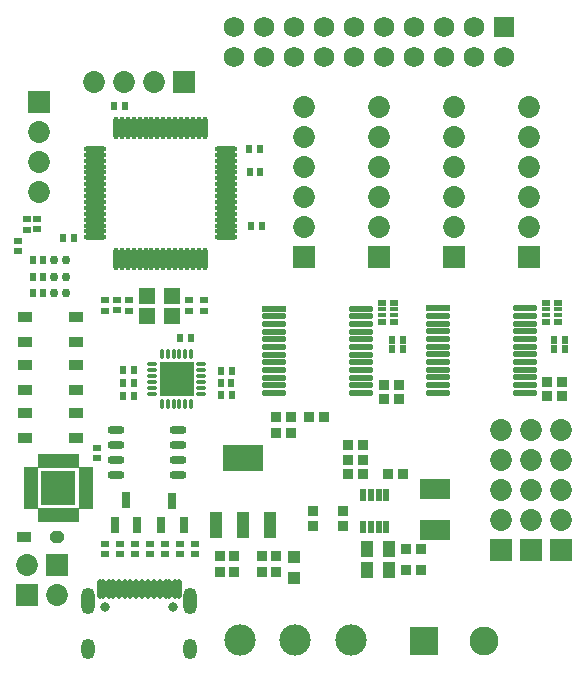
<source format=gts>
G04*
G04 #@! TF.GenerationSoftware,Altium Limited,Altium Designer,21.5.1 (32)*
G04*
G04 Layer_Color=8388736*
%FSLAX25Y25*%
%MOIN*%
G70*
G04*
G04 #@! TF.SameCoordinates,8B6BA037-C385-438B-B8BE-B681DC7B7FEC*
G04*
G04*
G04 #@! TF.FilePolarity,Negative*
G04*
G01*
G75*
%ADD50R,0.02568X0.02175*%
%ADD51O,0.05718X0.02568*%
%ADD52R,0.02175X0.02568*%
%ADD53R,0.04537X0.03750*%
G04:AMPARAMS|DCode=54|XSize=45.37mil|YSize=37.5mil|CornerRadius=0mil|HoleSize=0mil|Usage=FLASHONLY|Rotation=0.000|XOffset=0mil|YOffset=0mil|HoleType=Round|Shape=Octagon|*
%AMOCTAGOND54*
4,1,8,0.02269,-0.00937,0.02269,0.00937,0.01331,0.01875,-0.01331,0.01875,-0.02269,0.00937,-0.02269,-0.00937,-0.01331,-0.01875,0.01331,-0.01875,0.02269,-0.00937,0.0*
%
%ADD54OCTAGOND54*%

%ADD55O,0.07687X0.01781*%
%ADD56O,0.01781X0.07687*%
%ADD57O,0.08080X0.02175*%
%ADD58R,0.08080X0.02175*%
%ADD59R,0.04537X0.03356*%
%ADD60R,0.11624X0.11230*%
G04:AMPARAMS|DCode=61|XSize=22mil|YSize=48mil|CornerRadius=8mil|HoleSize=0mil|Usage=FLASHONLY|Rotation=270.000|XOffset=0mil|YOffset=0mil|HoleType=Round|Shape=RoundedRectangle|*
%AMROUNDEDRECTD61*
21,1,0.02200,0.03200,0,0,270.0*
21,1,0.00600,0.04800,0,0,270.0*
1,1,0.01600,-0.01600,-0.00300*
1,1,0.01600,-0.01600,0.00300*
1,1,0.01600,0.01600,0.00300*
1,1,0.01600,0.01600,-0.00300*
%
%ADD61ROUNDEDRECTD61*%
G04:AMPARAMS|DCode=62|XSize=22mil|YSize=48mil|CornerRadius=8mil|HoleSize=0mil|Usage=FLASHONLY|Rotation=0.000|XOffset=0mil|YOffset=0mil|HoleType=Round|Shape=RoundedRectangle|*
%AMROUNDEDRECTD62*
21,1,0.02200,0.03200,0,0,0.0*
21,1,0.00600,0.04800,0,0,0.0*
1,1,0.01600,0.00300,-0.01600*
1,1,0.01600,-0.00300,-0.01600*
1,1,0.01600,-0.00300,0.01600*
1,1,0.01600,0.00300,0.01600*
%
%ADD62ROUNDEDRECTD62*%
G04:AMPARAMS|DCode=63|XSize=65.06mil|YSize=17.81mil|CornerRadius=5.95mil|HoleSize=0mil|Usage=FLASHONLY|Rotation=90.000|XOffset=0mil|YOffset=0mil|HoleType=Round|Shape=RoundedRectangle|*
%AMROUNDEDRECTD63*
21,1,0.06506,0.00591,0,0,90.0*
21,1,0.05315,0.01781,0,0,90.0*
1,1,0.01191,0.00295,0.02657*
1,1,0.01191,0.00295,-0.02657*
1,1,0.01191,-0.00295,-0.02657*
1,1,0.01191,-0.00295,0.02657*
%
%ADD63ROUNDEDRECTD63*%
%ADD64R,0.03600X0.03600*%
%ADD65R,0.03600X0.03600*%
%ADD66R,0.04100X0.05600*%
%ADD67R,0.02300X0.04450*%
%ADD68R,0.04143X0.08868*%
%ADD69R,0.13198X0.08868*%
%ADD70R,0.02962X0.05718*%
%ADD71R,0.04100X0.04100*%
%ADD72R,0.10443X0.06506*%
G04:AMPARAMS|DCode=73|XSize=26mil|YSize=26mil|CornerRadius=8mil|HoleSize=0mil|Usage=FLASHONLY|Rotation=90.000|XOffset=0mil|YOffset=0mil|HoleType=Round|Shape=RoundedRectangle|*
%AMROUNDEDRECTD73*
21,1,0.02600,0.01000,0,0,90.0*
21,1,0.01000,0.02600,0,0,90.0*
1,1,0.01600,0.00500,0.00500*
1,1,0.01600,0.00500,-0.00500*
1,1,0.01600,-0.00500,-0.00500*
1,1,0.01600,-0.00500,0.00500*
%
%ADD73ROUNDEDRECTD73*%
%ADD74O,0.01584X0.03356*%
%ADD75O,0.03356X0.01584*%
%ADD76R,0.11230X0.11624*%
%ADD77R,0.02962X0.01781*%
%ADD78R,0.02962X0.02175*%
%ADD79R,0.05718X0.05324*%
%ADD80C,0.07293*%
%ADD81R,0.07293X0.07293*%
%ADD82R,0.07293X0.07293*%
%ADD83C,0.10443*%
%ADD84C,0.03159*%
%ADD85O,0.04537X0.06899*%
%ADD86O,0.04537X0.08868*%
%ADD87C,0.06899*%
%ADD88R,0.06899X0.06899*%
%ADD89C,0.00600*%
%ADD90C,0.09655*%
%ADD91R,0.09655X0.09655*%
D50*
X19000Y63673D02*
D03*
Y60327D02*
D03*
X-7500Y129327D02*
D03*
Y132673D02*
D03*
X-4500Y136229D02*
D03*
X-4500Y139772D02*
D03*
X46500Y28327D02*
D03*
Y31673D02*
D03*
X41500D02*
D03*
Y28327D02*
D03*
X21500Y31673D02*
D03*
Y28327D02*
D03*
X31500Y31673D02*
D03*
Y28327D02*
D03*
X36500D02*
D03*
Y31673D02*
D03*
X51500D02*
D03*
Y28327D02*
D03*
X26500Y31673D02*
D03*
Y28327D02*
D03*
X-1000Y136500D02*
D03*
Y139847D02*
D03*
X29634Y109346D02*
D03*
X29634Y112889D02*
D03*
X25500Y109417D02*
D03*
Y112764D02*
D03*
X21500Y109319D02*
D03*
X21500Y112862D02*
D03*
X49500Y112862D02*
D03*
X49500Y109319D02*
D03*
X54500Y109319D02*
D03*
X54500Y112862D02*
D03*
D51*
X45933Y54500D02*
D03*
Y59500D02*
D03*
Y64500D02*
D03*
Y69500D02*
D03*
X25067Y54500D02*
D03*
Y59500D02*
D03*
Y64500D02*
D03*
Y69500D02*
D03*
D52*
X7728Y133591D02*
D03*
X11271Y133590D02*
D03*
X756Y115091D02*
D03*
X-2591D02*
D03*
X756Y120591D02*
D03*
X-2591D02*
D03*
X756Y126091D02*
D03*
X-2591D02*
D03*
X50181Y100090D02*
D03*
X46638Y100091D02*
D03*
X63736Y81295D02*
D03*
X60193Y81295D02*
D03*
X60291Y85295D02*
D03*
X63637D02*
D03*
X63736Y89295D02*
D03*
X60193Y89295D02*
D03*
X27729Y80795D02*
D03*
X31075D02*
D03*
X27729Y85193D02*
D03*
X31075D02*
D03*
X31272Y89590D02*
D03*
X27729Y89591D02*
D03*
X174771Y96500D02*
D03*
X171228Y96500D02*
D03*
X171229Y99500D02*
D03*
X174772Y99500D02*
D03*
X120772D02*
D03*
X117229Y99500D02*
D03*
X120771Y96500D02*
D03*
X117228Y96500D02*
D03*
X73772Y137500D02*
D03*
X70229Y137500D02*
D03*
X73173Y155500D02*
D03*
X69827D02*
D03*
X73272Y163181D02*
D03*
X69729Y163181D02*
D03*
X28272Y177590D02*
D03*
X24729Y177591D02*
D03*
D53*
X-5524Y34000D02*
D03*
D54*
X5500D02*
D03*
D55*
X18150Y133736D02*
D03*
Y135705D02*
D03*
Y137673D02*
D03*
Y139642D02*
D03*
Y141610D02*
D03*
Y143579D02*
D03*
Y145547D02*
D03*
Y147516D02*
D03*
Y149484D02*
D03*
Y151453D02*
D03*
Y153421D02*
D03*
Y155390D02*
D03*
Y157358D02*
D03*
Y159327D02*
D03*
Y161295D02*
D03*
Y163264D02*
D03*
X61850Y151453D02*
D03*
Y149484D02*
D03*
Y147516D02*
D03*
Y137673D02*
D03*
Y135705D02*
D03*
Y133736D02*
D03*
Y145547D02*
D03*
Y141610D02*
D03*
Y139642D02*
D03*
Y143579D02*
D03*
Y163264D02*
D03*
Y157358D02*
D03*
Y155390D02*
D03*
Y153421D02*
D03*
Y159327D02*
D03*
Y161295D02*
D03*
D56*
X25236Y170350D02*
D03*
X27205D02*
D03*
X29173D02*
D03*
X31142D02*
D03*
X33110D02*
D03*
X35079D02*
D03*
X37047D02*
D03*
X39016D02*
D03*
X40984D02*
D03*
X42953D02*
D03*
X44921D02*
D03*
X46890D02*
D03*
X48858D02*
D03*
X50827D02*
D03*
X52795D02*
D03*
X54764D02*
D03*
Y126650D02*
D03*
X52795D02*
D03*
X50827D02*
D03*
X48858D02*
D03*
X46890D02*
D03*
X44921D02*
D03*
X42953D02*
D03*
X40984D02*
D03*
X39016D02*
D03*
X37047D02*
D03*
X35079D02*
D03*
X33110D02*
D03*
X31142D02*
D03*
X29173D02*
D03*
X27205D02*
D03*
X25236D02*
D03*
D57*
X107000Y104886D02*
D03*
Y102327D02*
D03*
Y86972D02*
D03*
Y89531D02*
D03*
Y92091D02*
D03*
Y107445D02*
D03*
Y81854D02*
D03*
Y84413D02*
D03*
X77866Y81854D02*
D03*
Y84413D02*
D03*
Y107445D02*
D03*
Y104886D02*
D03*
Y102327D02*
D03*
Y99768D02*
D03*
Y97209D02*
D03*
Y94650D02*
D03*
Y92091D02*
D03*
Y89531D02*
D03*
Y86972D02*
D03*
X107000Y110004D02*
D03*
Y99768D02*
D03*
Y97209D02*
D03*
Y94650D02*
D03*
X161567Y94720D02*
D03*
Y97280D02*
D03*
Y99839D02*
D03*
Y110075D02*
D03*
X132433Y87043D02*
D03*
Y89602D02*
D03*
Y92161D02*
D03*
Y94720D02*
D03*
Y97280D02*
D03*
Y99839D02*
D03*
Y102398D02*
D03*
Y104957D02*
D03*
Y107516D02*
D03*
Y84484D02*
D03*
Y81925D02*
D03*
X161567Y84484D02*
D03*
Y81925D02*
D03*
Y107516D02*
D03*
Y92161D02*
D03*
Y89602D02*
D03*
Y87043D02*
D03*
Y102398D02*
D03*
Y104957D02*
D03*
D58*
X77866Y110004D02*
D03*
X132433Y110075D02*
D03*
D59*
X-4964Y75323D02*
D03*
X11965D02*
D03*
X-4964Y66858D02*
D03*
X11965D02*
D03*
Y82858D02*
D03*
X-4964D02*
D03*
X11965Y91323D02*
D03*
X-4964D02*
D03*
X11965Y98768D02*
D03*
X-4964D02*
D03*
X11965Y107232D02*
D03*
X-4964D02*
D03*
D60*
X6000Y50181D02*
D03*
D61*
X-3150Y44276D02*
D03*
Y46244D02*
D03*
Y48213D02*
D03*
Y50181D02*
D03*
Y52150D02*
D03*
Y54118D02*
D03*
Y56087D02*
D03*
X15150D02*
D03*
Y54118D02*
D03*
Y52150D02*
D03*
Y50181D02*
D03*
Y48213D02*
D03*
Y46244D02*
D03*
Y44276D02*
D03*
D62*
X95Y59331D02*
D03*
X2063D02*
D03*
X4032D02*
D03*
X6000D02*
D03*
X7969D02*
D03*
X9937D02*
D03*
X11906D02*
D03*
Y41031D02*
D03*
X9937D02*
D03*
X7969D02*
D03*
X6000D02*
D03*
X4032D02*
D03*
X2063D02*
D03*
X95D02*
D03*
D63*
X33984Y16512D02*
D03*
X32016D02*
D03*
X46189D02*
D03*
X45008D02*
D03*
X43039D02*
D03*
X41858D02*
D03*
X39890D02*
D03*
X37921D02*
D03*
X35953D02*
D03*
X30047D02*
D03*
X28079D02*
D03*
X26110D02*
D03*
X24142D02*
D03*
X22961D02*
D03*
X20992D02*
D03*
X19811D02*
D03*
D64*
X91000Y37441D02*
D03*
Y42559D02*
D03*
X101000Y42559D02*
D03*
Y37441D02*
D03*
X102500Y64559D02*
D03*
Y59441D02*
D03*
X107500Y64559D02*
D03*
Y59441D02*
D03*
X59900Y27421D02*
D03*
Y22303D02*
D03*
X78701D02*
D03*
Y27421D02*
D03*
X74000Y22303D02*
D03*
Y27421D02*
D03*
X64600Y22303D02*
D03*
Y27421D02*
D03*
D65*
X107559Y55000D02*
D03*
X102441D02*
D03*
X127059Y23000D02*
D03*
X121941D02*
D03*
X127059Y30000D02*
D03*
X121941D02*
D03*
X115941Y55000D02*
D03*
X121059D02*
D03*
X94559Y74000D02*
D03*
X89441D02*
D03*
X83559Y68500D02*
D03*
X78441D02*
D03*
X83559Y74000D02*
D03*
X78440D02*
D03*
X168941Y85500D02*
D03*
X174059D02*
D03*
X168941Y81000D02*
D03*
X174059D02*
D03*
X114441Y80000D02*
D03*
X119559D02*
D03*
X114441Y84500D02*
D03*
X119559D02*
D03*
D66*
X108760Y23000D02*
D03*
X116240D02*
D03*
X108760Y30000D02*
D03*
X116240D02*
D03*
D67*
X107661Y47875D02*
D03*
X110220D02*
D03*
X112780D02*
D03*
X115339D02*
D03*
Y37125D02*
D03*
X112780D02*
D03*
X110220D02*
D03*
X107661D02*
D03*
D68*
X58445Y37870D02*
D03*
X67500D02*
D03*
X76555D02*
D03*
D69*
X67500Y60311D02*
D03*
D70*
X28500Y46134D02*
D03*
X32240Y37866D02*
D03*
X24760D02*
D03*
X40260Y37732D02*
D03*
X47740D02*
D03*
X44000Y46000D02*
D03*
D71*
X84500Y27091D02*
D03*
Y20091D02*
D03*
D72*
X131500Y49890D02*
D03*
Y36110D02*
D03*
D73*
X4583Y126091D02*
D03*
X8583D02*
D03*
X4583Y120591D02*
D03*
X8583D02*
D03*
X4583Y115091D02*
D03*
X8583D02*
D03*
D74*
X40488Y78323D02*
D03*
X42457D02*
D03*
X44425D02*
D03*
X46394D02*
D03*
X48362D02*
D03*
X50331D02*
D03*
Y94858D02*
D03*
X48362D02*
D03*
X46394D02*
D03*
X44425D02*
D03*
X42457D02*
D03*
X40488D02*
D03*
D75*
X53677Y81669D02*
D03*
Y83638D02*
D03*
Y85606D02*
D03*
Y87575D02*
D03*
Y89543D02*
D03*
Y91512D02*
D03*
X37142D02*
D03*
Y89543D02*
D03*
Y87575D02*
D03*
Y85606D02*
D03*
Y83638D02*
D03*
Y81669D02*
D03*
D76*
X45409Y86591D02*
D03*
D77*
X168563Y109724D02*
D03*
Y107756D02*
D03*
X172500D02*
D03*
Y109724D02*
D03*
X117937D02*
D03*
Y107756D02*
D03*
X114000D02*
D03*
Y109724D02*
D03*
D78*
X168563Y111890D02*
D03*
Y105591D02*
D03*
X172500D02*
D03*
Y111890D02*
D03*
X117937D02*
D03*
Y105591D02*
D03*
X114000D02*
D03*
Y111890D02*
D03*
D79*
X43768Y114193D02*
D03*
X35500D02*
D03*
Y107500D02*
D03*
X43768D02*
D03*
D80*
X18000Y185500D02*
D03*
X28000D02*
D03*
X38000D02*
D03*
X5500Y14500D02*
D03*
X113000Y167091D02*
D03*
Y157091D02*
D03*
Y147091D02*
D03*
Y137091D02*
D03*
Y177091D02*
D03*
X-500Y149000D02*
D03*
Y159000D02*
D03*
Y169000D02*
D03*
X88000Y177091D02*
D03*
Y137091D02*
D03*
Y147091D02*
D03*
Y157091D02*
D03*
Y167091D02*
D03*
X-4500Y24500D02*
D03*
X163000Y177091D02*
D03*
Y137091D02*
D03*
Y147091D02*
D03*
Y157091D02*
D03*
Y167091D02*
D03*
X138000Y177091D02*
D03*
Y137091D02*
D03*
Y147091D02*
D03*
Y157091D02*
D03*
Y167091D02*
D03*
X163500Y39591D02*
D03*
Y49591D02*
D03*
Y59591D02*
D03*
Y69591D02*
D03*
X153500Y39591D02*
D03*
Y49591D02*
D03*
Y59591D02*
D03*
Y69591D02*
D03*
X173500D02*
D03*
Y59591D02*
D03*
Y49591D02*
D03*
Y39591D02*
D03*
D81*
X48000Y185500D02*
D03*
X113000Y127091D02*
D03*
X88000Y127091D02*
D03*
X163000D02*
D03*
X138000D02*
D03*
D82*
X5500Y24500D02*
D03*
X-500Y179000D02*
D03*
X-4500Y14500D02*
D03*
X163500Y29591D02*
D03*
X153500D02*
D03*
X173500D02*
D03*
D83*
X84996Y-410D02*
D03*
X103500D02*
D03*
X66492D02*
D03*
D84*
X21622Y10449D02*
D03*
X44378D02*
D03*
D85*
X50027Y-3331D02*
D03*
X15972D02*
D03*
D86*
X50027Y12417D02*
D03*
X15972D02*
D03*
D87*
X74500Y194000D02*
D03*
Y204000D02*
D03*
X94500D02*
D03*
Y194000D02*
D03*
X104500D02*
D03*
Y204000D02*
D03*
X114500Y194000D02*
D03*
Y204000D02*
D03*
X124500Y194000D02*
D03*
Y204000D02*
D03*
X134500Y194000D02*
D03*
Y204000D02*
D03*
X144500Y194000D02*
D03*
Y204000D02*
D03*
X154500Y194000D02*
D03*
X84500Y204000D02*
D03*
Y194000D02*
D03*
X64500Y204000D02*
D03*
Y194000D02*
D03*
D88*
X154500Y204000D02*
D03*
D89*
X0Y0D02*
D03*
X167220D02*
D03*
X0Y198091D02*
D03*
X167220D02*
D03*
D90*
X148000Y-909D02*
D03*
D91*
X128000D02*
D03*
M02*

</source>
